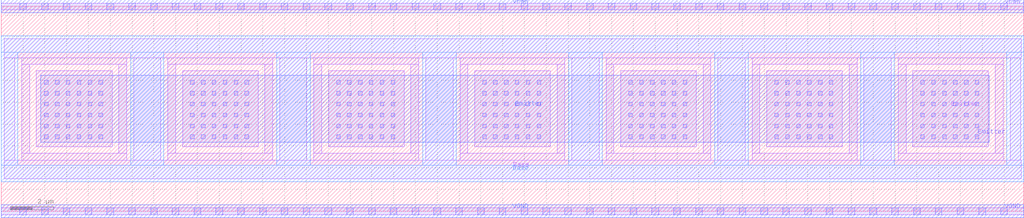
<source format=lef>
VERSION 5.7 ;
  NOWIREEXTENSIONATPIN ON ;
  DIVIDERCHAR "/" ;
  BUSBITCHARS "[]" ;
MACRO sky130_asc_pnp_05v5_W3p40L3p40_7
  CLASS CORE ;
  FOREIGN sky130_asc_pnp_05v5_W3p40L3p40_7 ;
  ORIGIN 0.000 0.000 ;
  SIZE 46.900 BY 9.400 ;
  SITE unitasc ;
  PIN Emitter
    DIRECTION INOUT ;
    ANTENNADIFFAREA 80.919998 ;
    PORT
      LAYER li1 ;
        RECT 1.615 2.965 5.085 6.435 ;
        RECT 8.315 2.965 11.785 6.435 ;
        RECT 15.015 2.965 18.485 6.435 ;
        RECT 21.715 2.965 25.185 6.435 ;
        RECT 28.415 2.965 31.885 6.435 ;
        RECT 35.115 2.965 38.585 6.435 ;
        RECT 41.815 2.965 45.285 6.435 ;
      LAYER mcon ;
        RECT 1.980 5.830 2.150 6.000 ;
        RECT 2.480 5.830 2.650 6.000 ;
        RECT 2.980 5.830 3.150 6.000 ;
        RECT 3.480 5.830 3.650 6.000 ;
        RECT 3.980 5.830 4.150 6.000 ;
        RECT 4.480 5.830 4.650 6.000 ;
        RECT 1.980 5.330 2.150 5.500 ;
        RECT 2.480 5.330 2.650 5.500 ;
        RECT 2.980 5.330 3.150 5.500 ;
        RECT 3.480 5.330 3.650 5.500 ;
        RECT 3.980 5.330 4.150 5.500 ;
        RECT 4.480 5.330 4.650 5.500 ;
        RECT 1.980 4.830 2.150 5.000 ;
        RECT 2.480 4.830 2.650 5.000 ;
        RECT 2.980 4.830 3.150 5.000 ;
        RECT 3.480 4.830 3.650 5.000 ;
        RECT 3.980 4.830 4.150 5.000 ;
        RECT 4.480 4.830 4.650 5.000 ;
        RECT 1.980 4.330 2.150 4.500 ;
        RECT 2.480 4.330 2.650 4.500 ;
        RECT 2.980 4.330 3.150 4.500 ;
        RECT 3.480 4.330 3.650 4.500 ;
        RECT 3.980 4.330 4.150 4.500 ;
        RECT 4.480 4.330 4.650 4.500 ;
        RECT 1.980 3.830 2.150 4.000 ;
        RECT 2.480 3.830 2.650 4.000 ;
        RECT 2.980 3.830 3.150 4.000 ;
        RECT 3.480 3.830 3.650 4.000 ;
        RECT 3.980 3.830 4.150 4.000 ;
        RECT 4.480 3.830 4.650 4.000 ;
        RECT 1.980 3.330 2.150 3.500 ;
        RECT 2.480 3.330 2.650 3.500 ;
        RECT 2.980 3.330 3.150 3.500 ;
        RECT 3.480 3.330 3.650 3.500 ;
        RECT 3.980 3.330 4.150 3.500 ;
        RECT 4.480 3.330 4.650 3.500 ;
        RECT 8.680 5.830 8.850 6.000 ;
        RECT 9.180 5.830 9.350 6.000 ;
        RECT 9.680 5.830 9.850 6.000 ;
        RECT 10.180 5.830 10.350 6.000 ;
        RECT 10.680 5.830 10.850 6.000 ;
        RECT 11.180 5.830 11.350 6.000 ;
        RECT 8.680 5.330 8.850 5.500 ;
        RECT 9.180 5.330 9.350 5.500 ;
        RECT 9.680 5.330 9.850 5.500 ;
        RECT 10.180 5.330 10.350 5.500 ;
        RECT 10.680 5.330 10.850 5.500 ;
        RECT 11.180 5.330 11.350 5.500 ;
        RECT 8.680 4.830 8.850 5.000 ;
        RECT 9.180 4.830 9.350 5.000 ;
        RECT 9.680 4.830 9.850 5.000 ;
        RECT 10.180 4.830 10.350 5.000 ;
        RECT 10.680 4.830 10.850 5.000 ;
        RECT 11.180 4.830 11.350 5.000 ;
        RECT 8.680 4.330 8.850 4.500 ;
        RECT 9.180 4.330 9.350 4.500 ;
        RECT 9.680 4.330 9.850 4.500 ;
        RECT 10.180 4.330 10.350 4.500 ;
        RECT 10.680 4.330 10.850 4.500 ;
        RECT 11.180 4.330 11.350 4.500 ;
        RECT 8.680 3.830 8.850 4.000 ;
        RECT 9.180 3.830 9.350 4.000 ;
        RECT 9.680 3.830 9.850 4.000 ;
        RECT 10.180 3.830 10.350 4.000 ;
        RECT 10.680 3.830 10.850 4.000 ;
        RECT 11.180 3.830 11.350 4.000 ;
        RECT 8.680 3.330 8.850 3.500 ;
        RECT 9.180 3.330 9.350 3.500 ;
        RECT 9.680 3.330 9.850 3.500 ;
        RECT 10.180 3.330 10.350 3.500 ;
        RECT 10.680 3.330 10.850 3.500 ;
        RECT 11.180 3.330 11.350 3.500 ;
        RECT 15.380 5.830 15.550 6.000 ;
        RECT 15.880 5.830 16.050 6.000 ;
        RECT 16.380 5.830 16.550 6.000 ;
        RECT 16.880 5.830 17.050 6.000 ;
        RECT 17.380 5.830 17.550 6.000 ;
        RECT 17.880 5.830 18.050 6.000 ;
        RECT 15.380 5.330 15.550 5.500 ;
        RECT 15.880 5.330 16.050 5.500 ;
        RECT 16.380 5.330 16.550 5.500 ;
        RECT 16.880 5.330 17.050 5.500 ;
        RECT 17.380 5.330 17.550 5.500 ;
        RECT 17.880 5.330 18.050 5.500 ;
        RECT 15.380 4.830 15.550 5.000 ;
        RECT 15.880 4.830 16.050 5.000 ;
        RECT 16.380 4.830 16.550 5.000 ;
        RECT 16.880 4.830 17.050 5.000 ;
        RECT 17.380 4.830 17.550 5.000 ;
        RECT 17.880 4.830 18.050 5.000 ;
        RECT 15.380 4.330 15.550 4.500 ;
        RECT 15.880 4.330 16.050 4.500 ;
        RECT 16.380 4.330 16.550 4.500 ;
        RECT 16.880 4.330 17.050 4.500 ;
        RECT 17.380 4.330 17.550 4.500 ;
        RECT 17.880 4.330 18.050 4.500 ;
        RECT 15.380 3.830 15.550 4.000 ;
        RECT 15.880 3.830 16.050 4.000 ;
        RECT 16.380 3.830 16.550 4.000 ;
        RECT 16.880 3.830 17.050 4.000 ;
        RECT 17.380 3.830 17.550 4.000 ;
        RECT 17.880 3.830 18.050 4.000 ;
        RECT 15.380 3.330 15.550 3.500 ;
        RECT 15.880 3.330 16.050 3.500 ;
        RECT 16.380 3.330 16.550 3.500 ;
        RECT 16.880 3.330 17.050 3.500 ;
        RECT 17.380 3.330 17.550 3.500 ;
        RECT 17.880 3.330 18.050 3.500 ;
        RECT 22.080 5.830 22.250 6.000 ;
        RECT 22.580 5.830 22.750 6.000 ;
        RECT 23.080 5.830 23.250 6.000 ;
        RECT 23.580 5.830 23.750 6.000 ;
        RECT 24.080 5.830 24.250 6.000 ;
        RECT 24.580 5.830 24.750 6.000 ;
        RECT 22.080 5.330 22.250 5.500 ;
        RECT 22.580 5.330 22.750 5.500 ;
        RECT 23.080 5.330 23.250 5.500 ;
        RECT 23.580 5.330 23.750 5.500 ;
        RECT 24.080 5.330 24.250 5.500 ;
        RECT 24.580 5.330 24.750 5.500 ;
        RECT 22.080 4.830 22.250 5.000 ;
        RECT 22.580 4.830 22.750 5.000 ;
        RECT 23.080 4.830 23.250 5.000 ;
        RECT 23.580 4.830 23.750 5.000 ;
        RECT 24.080 4.830 24.250 5.000 ;
        RECT 24.580 4.830 24.750 5.000 ;
        RECT 22.080 4.330 22.250 4.500 ;
        RECT 22.580 4.330 22.750 4.500 ;
        RECT 23.080 4.330 23.250 4.500 ;
        RECT 23.580 4.330 23.750 4.500 ;
        RECT 24.080 4.330 24.250 4.500 ;
        RECT 24.580 4.330 24.750 4.500 ;
        RECT 22.080 3.830 22.250 4.000 ;
        RECT 22.580 3.830 22.750 4.000 ;
        RECT 23.080 3.830 23.250 4.000 ;
        RECT 23.580 3.830 23.750 4.000 ;
        RECT 24.080 3.830 24.250 4.000 ;
        RECT 24.580 3.830 24.750 4.000 ;
        RECT 22.080 3.330 22.250 3.500 ;
        RECT 22.580 3.330 22.750 3.500 ;
        RECT 23.080 3.330 23.250 3.500 ;
        RECT 23.580 3.330 23.750 3.500 ;
        RECT 24.080 3.330 24.250 3.500 ;
        RECT 24.580 3.330 24.750 3.500 ;
        RECT 28.780 5.830 28.950 6.000 ;
        RECT 29.280 5.830 29.450 6.000 ;
        RECT 29.780 5.830 29.950 6.000 ;
        RECT 30.280 5.830 30.450 6.000 ;
        RECT 30.780 5.830 30.950 6.000 ;
        RECT 31.280 5.830 31.450 6.000 ;
        RECT 28.780 5.330 28.950 5.500 ;
        RECT 29.280 5.330 29.450 5.500 ;
        RECT 29.780 5.330 29.950 5.500 ;
        RECT 30.280 5.330 30.450 5.500 ;
        RECT 30.780 5.330 30.950 5.500 ;
        RECT 31.280 5.330 31.450 5.500 ;
        RECT 28.780 4.830 28.950 5.000 ;
        RECT 29.280 4.830 29.450 5.000 ;
        RECT 29.780 4.830 29.950 5.000 ;
        RECT 30.280 4.830 30.450 5.000 ;
        RECT 30.780 4.830 30.950 5.000 ;
        RECT 31.280 4.830 31.450 5.000 ;
        RECT 28.780 4.330 28.950 4.500 ;
        RECT 29.280 4.330 29.450 4.500 ;
        RECT 29.780 4.330 29.950 4.500 ;
        RECT 30.280 4.330 30.450 4.500 ;
        RECT 30.780 4.330 30.950 4.500 ;
        RECT 31.280 4.330 31.450 4.500 ;
        RECT 28.780 3.830 28.950 4.000 ;
        RECT 29.280 3.830 29.450 4.000 ;
        RECT 29.780 3.830 29.950 4.000 ;
        RECT 30.280 3.830 30.450 4.000 ;
        RECT 30.780 3.830 30.950 4.000 ;
        RECT 31.280 3.830 31.450 4.000 ;
        RECT 28.780 3.330 28.950 3.500 ;
        RECT 29.280 3.330 29.450 3.500 ;
        RECT 29.780 3.330 29.950 3.500 ;
        RECT 30.280 3.330 30.450 3.500 ;
        RECT 30.780 3.330 30.950 3.500 ;
        RECT 31.280 3.330 31.450 3.500 ;
        RECT 35.480 5.830 35.650 6.000 ;
        RECT 35.980 5.830 36.150 6.000 ;
        RECT 36.480 5.830 36.650 6.000 ;
        RECT 36.980 5.830 37.150 6.000 ;
        RECT 37.480 5.830 37.650 6.000 ;
        RECT 37.980 5.830 38.150 6.000 ;
        RECT 35.480 5.330 35.650 5.500 ;
        RECT 35.980 5.330 36.150 5.500 ;
        RECT 36.480 5.330 36.650 5.500 ;
        RECT 36.980 5.330 37.150 5.500 ;
        RECT 37.480 5.330 37.650 5.500 ;
        RECT 37.980 5.330 38.150 5.500 ;
        RECT 35.480 4.830 35.650 5.000 ;
        RECT 35.980 4.830 36.150 5.000 ;
        RECT 36.480 4.830 36.650 5.000 ;
        RECT 36.980 4.830 37.150 5.000 ;
        RECT 37.480 4.830 37.650 5.000 ;
        RECT 37.980 4.830 38.150 5.000 ;
        RECT 35.480 4.330 35.650 4.500 ;
        RECT 35.980 4.330 36.150 4.500 ;
        RECT 36.480 4.330 36.650 4.500 ;
        RECT 36.980 4.330 37.150 4.500 ;
        RECT 37.480 4.330 37.650 4.500 ;
        RECT 37.980 4.330 38.150 4.500 ;
        RECT 35.480 3.830 35.650 4.000 ;
        RECT 35.980 3.830 36.150 4.000 ;
        RECT 36.480 3.830 36.650 4.000 ;
        RECT 36.980 3.830 37.150 4.000 ;
        RECT 37.480 3.830 37.650 4.000 ;
        RECT 37.980 3.830 38.150 4.000 ;
        RECT 35.480 3.330 35.650 3.500 ;
        RECT 35.980 3.330 36.150 3.500 ;
        RECT 36.480 3.330 36.650 3.500 ;
        RECT 36.980 3.330 37.150 3.500 ;
        RECT 37.480 3.330 37.650 3.500 ;
        RECT 37.980 3.330 38.150 3.500 ;
        RECT 42.180 5.830 42.350 6.000 ;
        RECT 42.680 5.830 42.850 6.000 ;
        RECT 43.180 5.830 43.350 6.000 ;
        RECT 43.680 5.830 43.850 6.000 ;
        RECT 44.180 5.830 44.350 6.000 ;
        RECT 44.680 5.830 44.850 6.000 ;
        RECT 42.180 5.330 42.350 5.500 ;
        RECT 42.680 5.330 42.850 5.500 ;
        RECT 43.180 5.330 43.350 5.500 ;
        RECT 43.680 5.330 43.850 5.500 ;
        RECT 44.180 5.330 44.350 5.500 ;
        RECT 44.680 5.330 44.850 5.500 ;
        RECT 42.180 4.830 42.350 5.000 ;
        RECT 42.680 4.830 42.850 5.000 ;
        RECT 43.180 4.830 43.350 5.000 ;
        RECT 43.680 4.830 43.850 5.000 ;
        RECT 44.180 4.830 44.350 5.000 ;
        RECT 44.680 4.830 44.850 5.000 ;
        RECT 42.180 4.330 42.350 4.500 ;
        RECT 42.680 4.330 42.850 4.500 ;
        RECT 43.180 4.330 43.350 4.500 ;
        RECT 43.680 4.330 43.850 4.500 ;
        RECT 44.180 4.330 44.350 4.500 ;
        RECT 44.680 4.330 44.850 4.500 ;
        RECT 42.180 3.830 42.350 4.000 ;
        RECT 42.680 3.830 42.850 4.000 ;
        RECT 43.180 3.830 43.350 4.000 ;
        RECT 43.680 3.830 43.850 4.000 ;
        RECT 44.180 3.830 44.350 4.000 ;
        RECT 44.680 3.830 44.850 4.000 ;
        RECT 42.180 3.330 42.350 3.500 ;
        RECT 42.680 3.330 42.850 3.500 ;
        RECT 43.180 3.330 43.350 3.500 ;
        RECT 43.680 3.330 43.850 3.500 ;
        RECT 44.180 3.330 44.350 3.500 ;
        RECT 44.680 3.330 44.850 3.500 ;
      LAYER met1 ;
        RECT 1.820 3.170 45.310 6.230 ;
    END
  END Emitter
  PIN Base
    DIRECTION INOUT ;
    ANTENNAGATEAREA 187.102295 ;
    ANTENNADIFFAREA 138.823303 ;
    PORT
      LAYER pwell ;
        RECT 0.000 7.285 46.900 8.050 ;
        RECT 0.000 2.115 0.765 7.285 ;
        RECT 5.935 2.115 7.465 7.285 ;
        RECT 12.635 2.115 14.165 7.285 ;
        RECT 19.335 2.115 20.865 7.285 ;
        RECT 26.035 2.115 27.565 7.285 ;
        RECT 32.735 2.115 34.265 7.285 ;
        RECT 39.435 2.115 40.965 7.285 ;
        RECT 46.135 2.115 46.900 7.285 ;
        RECT 0.000 1.350 46.900 2.115 ;
      LAYER li1 ;
        RECT 0.130 7.050 46.785 7.920 ;
        RECT 0.130 2.350 0.625 7.050 ;
        RECT 0.945 6.745 5.755 7.050 ;
        RECT 0.945 2.655 1.305 6.745 ;
        RECT 5.395 2.655 5.755 6.745 ;
        RECT 0.945 2.350 5.755 2.655 ;
        RECT 6.075 2.350 7.325 7.050 ;
        RECT 7.645 6.745 12.455 7.050 ;
        RECT 7.645 2.655 8.005 6.745 ;
        RECT 12.095 2.655 12.455 6.745 ;
        RECT 7.645 2.350 12.455 2.655 ;
        RECT 12.775 2.350 14.025 7.050 ;
        RECT 14.345 6.745 19.155 7.050 ;
        RECT 14.345 2.655 14.705 6.745 ;
        RECT 18.795 2.655 19.155 6.745 ;
        RECT 14.345 2.350 19.155 2.655 ;
        RECT 19.475 2.350 20.725 7.050 ;
        RECT 21.045 6.745 25.855 7.050 ;
        RECT 21.045 2.655 21.405 6.745 ;
        RECT 25.495 2.655 25.855 6.745 ;
        RECT 21.045 2.350 25.855 2.655 ;
        RECT 26.175 2.350 27.425 7.050 ;
        RECT 27.745 6.745 32.555 7.050 ;
        RECT 27.745 2.655 28.105 6.745 ;
        RECT 32.195 2.655 32.555 6.745 ;
        RECT 27.745 2.350 32.555 2.655 ;
        RECT 32.875 2.350 34.125 7.050 ;
        RECT 34.445 6.745 39.255 7.050 ;
        RECT 34.445 2.655 34.805 6.745 ;
        RECT 38.895 2.655 39.255 6.745 ;
        RECT 34.445 2.350 39.255 2.655 ;
        RECT 39.575 2.350 40.825 7.050 ;
        RECT 41.145 6.745 45.955 7.050 ;
        RECT 41.145 2.655 41.505 6.745 ;
        RECT 45.595 2.655 45.955 6.745 ;
        RECT 41.145 2.350 45.955 2.655 ;
        RECT 46.275 2.350 46.770 7.050 ;
        RECT 0.130 1.480 46.785 2.350 ;
    END
  END Base
  PIN VPWR
    DIRECTION INOUT ;
    USE POWER ;
    PORT
      LAYER li1 ;
        RECT 0.000 9.250 46.900 9.550 ;
      LAYER mcon ;
        RECT 0.850 9.250 1.150 9.550 ;
        RECT 1.850 9.250 2.150 9.550 ;
        RECT 2.850 9.250 3.150 9.550 ;
        RECT 3.850 9.250 4.150 9.550 ;
        RECT 4.850 9.250 5.150 9.550 ;
        RECT 5.850 9.250 6.150 9.550 ;
        RECT 6.850 9.250 7.150 9.550 ;
        RECT 7.850 9.250 8.150 9.550 ;
        RECT 8.850 9.250 9.150 9.550 ;
        RECT 9.850 9.250 10.150 9.550 ;
        RECT 10.850 9.250 11.150 9.550 ;
        RECT 11.850 9.250 12.150 9.550 ;
        RECT 12.850 9.250 13.150 9.550 ;
        RECT 13.850 9.250 14.150 9.550 ;
        RECT 14.850 9.250 15.150 9.550 ;
        RECT 15.850 9.250 16.150 9.550 ;
        RECT 16.850 9.250 17.150 9.550 ;
        RECT 17.850 9.250 18.150 9.550 ;
        RECT 18.850 9.250 19.150 9.550 ;
        RECT 19.850 9.250 20.150 9.550 ;
        RECT 20.850 9.250 21.150 9.550 ;
        RECT 21.850 9.250 22.150 9.550 ;
        RECT 22.850 9.250 23.150 9.550 ;
        RECT 23.850 9.250 24.150 9.550 ;
        RECT 24.850 9.250 25.150 9.550 ;
        RECT 25.850 9.250 26.150 9.550 ;
        RECT 26.850 9.250 27.150 9.550 ;
        RECT 27.850 9.250 28.150 9.550 ;
        RECT 28.850 9.250 29.150 9.550 ;
        RECT 29.850 9.250 30.150 9.550 ;
        RECT 30.850 9.250 31.150 9.550 ;
        RECT 31.850 9.250 32.150 9.550 ;
        RECT 32.850 9.250 33.150 9.550 ;
        RECT 33.850 9.250 34.150 9.550 ;
        RECT 34.850 9.250 35.150 9.550 ;
        RECT 35.850 9.250 36.150 9.550 ;
        RECT 36.850 9.250 37.150 9.550 ;
        RECT 37.850 9.250 38.150 9.550 ;
        RECT 38.850 9.250 39.150 9.550 ;
        RECT 39.850 9.250 40.150 9.550 ;
        RECT 40.850 9.250 41.150 9.550 ;
        RECT 41.850 9.250 42.150 9.550 ;
        RECT 42.850 9.250 43.150 9.550 ;
        RECT 43.850 9.250 44.150 9.550 ;
        RECT 44.850 9.250 45.150 9.550 ;
        RECT 45.850 9.250 46.150 9.550 ;
      LAYER met1 ;
        RECT 0.000 9.100 46.900 9.700 ;
    END
  END VPWR
  PIN VGND
    DIRECTION INOUT ;
    USE GROUND ;
    PORT
      LAYER li1 ;
        RECT 0.000 -0.150 46.900 0.150 ;
      LAYER mcon ;
        RECT 0.850 -0.150 1.150 0.150 ;
        RECT 1.850 -0.150 2.150 0.150 ;
        RECT 2.850 -0.150 3.150 0.150 ;
        RECT 3.850 -0.150 4.150 0.150 ;
        RECT 4.850 -0.150 5.150 0.150 ;
        RECT 5.850 -0.150 6.150 0.150 ;
        RECT 6.850 -0.150 7.150 0.150 ;
        RECT 7.850 -0.150 8.150 0.150 ;
        RECT 8.850 -0.150 9.150 0.150 ;
        RECT 9.850 -0.150 10.150 0.150 ;
        RECT 10.850 -0.150 11.150 0.150 ;
        RECT 11.850 -0.150 12.150 0.150 ;
        RECT 12.850 -0.150 13.150 0.150 ;
        RECT 13.850 -0.150 14.150 0.150 ;
        RECT 14.850 -0.150 15.150 0.150 ;
        RECT 15.850 -0.150 16.150 0.150 ;
        RECT 16.850 -0.150 17.150 0.150 ;
        RECT 17.850 -0.150 18.150 0.150 ;
        RECT 18.850 -0.150 19.150 0.150 ;
        RECT 19.850 -0.150 20.150 0.150 ;
        RECT 20.850 -0.150 21.150 0.150 ;
        RECT 21.850 -0.150 22.150 0.150 ;
        RECT 22.850 -0.150 23.150 0.150 ;
        RECT 23.850 -0.150 24.150 0.150 ;
        RECT 24.850 -0.150 25.150 0.150 ;
        RECT 25.850 -0.150 26.150 0.150 ;
        RECT 26.850 -0.150 27.150 0.150 ;
        RECT 27.850 -0.150 28.150 0.150 ;
        RECT 28.850 -0.150 29.150 0.150 ;
        RECT 29.850 -0.150 30.150 0.150 ;
        RECT 30.850 -0.150 31.150 0.150 ;
        RECT 31.850 -0.150 32.150 0.150 ;
        RECT 32.850 -0.150 33.150 0.150 ;
        RECT 33.850 -0.150 34.150 0.150 ;
        RECT 34.850 -0.150 35.150 0.150 ;
        RECT 35.850 -0.150 36.150 0.150 ;
        RECT 36.850 -0.150 37.150 0.150 ;
        RECT 37.850 -0.150 38.150 0.150 ;
        RECT 38.850 -0.150 39.150 0.150 ;
        RECT 39.850 -0.150 40.150 0.150 ;
        RECT 40.850 -0.150 41.150 0.150 ;
        RECT 41.850 -0.150 42.150 0.150 ;
        RECT 42.850 -0.150 43.150 0.150 ;
        RECT 43.850 -0.150 44.150 0.150 ;
        RECT 44.850 -0.150 45.150 0.150 ;
        RECT 45.850 -0.150 46.150 0.150 ;
      LAYER met1 ;
        RECT 0.000 -0.300 46.900 0.300 ;
    END
  END VGND
END sky130_asc_pnp_05v5_W3p40L3p40_7
END LIBRARY


</source>
